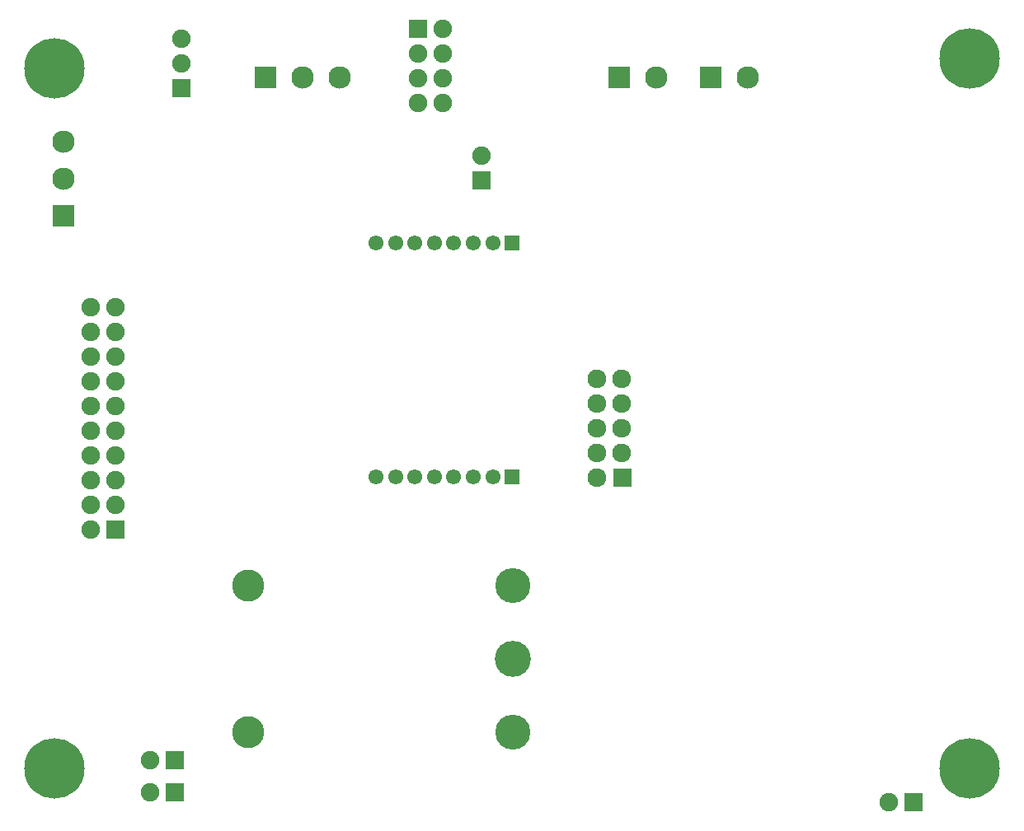
<source format=gbs>
G04*
G04 #@! TF.GenerationSoftware,Altium Limited,Altium Designer,21.4.1 (30)*
G04*
G04 Layer_Color=16711935*
%FSLAX44Y44*%
%MOMM*%
G71*
G04*
G04 #@! TF.SameCoordinates,C757E9F2-7087-4A76-99C7-233D7C25EA9E*
G04*
G04*
G04 #@! TF.FilePolarity,Negative*
G04*
G01*
G75*
%ADD44C,6.2032*%
%ADD45R,1.9032X1.9032*%
%ADD46C,1.9032*%
%ADD47C,2.3000*%
%ADD48R,2.3000X2.3000*%
%ADD49R,2.3000X2.3000*%
%ADD50C,3.3000*%
%ADD51C,3.6000*%
%ADD52C,3.7000*%
%ADD53R,1.9032X1.9032*%
%ADD54R,1.5532X1.5532*%
%ADD55C,1.5532*%
%ADD56C,1.9282*%
%ADD57R,1.9282X1.9282*%
D44*
X60000Y780000D02*
D03*
Y60000D02*
D03*
X1000000D02*
D03*
Y790000D02*
D03*
D45*
X433540Y820100D02*
D03*
X122700Y305700D02*
D03*
X190250Y759350D02*
D03*
X498750Y664550D02*
D03*
D46*
X458940Y820100D02*
D03*
X433540Y794700D02*
D03*
X458940D02*
D03*
X433540Y769300D02*
D03*
X458940D02*
D03*
X433540Y743900D02*
D03*
X458940D02*
D03*
X157750Y68500D02*
D03*
X157600Y35750D02*
D03*
X97300Y534300D02*
D03*
X122700D02*
D03*
X97300Y508900D02*
D03*
X122700D02*
D03*
X97300Y483500D02*
D03*
X122700D02*
D03*
X97300Y458100D02*
D03*
X122700D02*
D03*
X97300Y432700D02*
D03*
X122700D02*
D03*
X97300Y407300D02*
D03*
X122700D02*
D03*
X97300Y381900D02*
D03*
X122700D02*
D03*
X97300Y356500D02*
D03*
X122700D02*
D03*
X97300Y331100D02*
D03*
X122700D02*
D03*
X97300Y305700D02*
D03*
X190250Y784750D02*
D03*
Y810150D02*
D03*
X916543Y25568D02*
D03*
X498750Y689950D02*
D03*
D47*
X677750Y770000D02*
D03*
X69250Y666650D02*
D03*
Y704750D02*
D03*
X352850Y770000D02*
D03*
X314750D02*
D03*
X771550D02*
D03*
D48*
X639650D02*
D03*
X276650D02*
D03*
X733450D02*
D03*
D49*
X69250Y628550D02*
D03*
D50*
X258500Y97693D02*
D03*
Y247593D02*
D03*
D51*
X530300Y97693D02*
D03*
Y247593D02*
D03*
D52*
Y172643D02*
D03*
D53*
X183150Y68500D02*
D03*
X183000Y35750D02*
D03*
X941943Y25568D02*
D03*
D54*
X530000Y360000D02*
D03*
Y600000D02*
D03*
D55*
X510000Y360000D02*
D03*
X490000D02*
D03*
X470000D02*
D03*
X450000D02*
D03*
X430000D02*
D03*
X410000D02*
D03*
X390000D02*
D03*
Y600000D02*
D03*
X410000D02*
D03*
X430000D02*
D03*
X450000D02*
D03*
X470000D02*
D03*
X490000D02*
D03*
X510000D02*
D03*
D56*
X642700Y410000D02*
D03*
Y384600D02*
D03*
Y435400D02*
D03*
X617300Y410000D02*
D03*
Y384600D02*
D03*
Y435400D02*
D03*
X642700Y460800D02*
D03*
X617300Y359200D02*
D03*
Y460800D02*
D03*
D57*
X642800Y358950D02*
D03*
M02*

</source>
